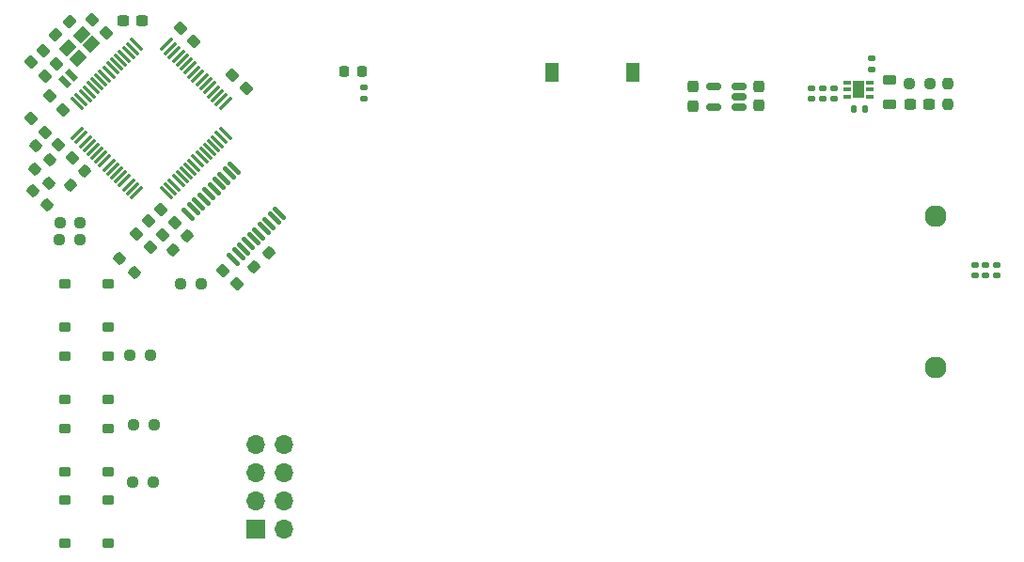
<source format=gbs>
G04 #@! TF.GenerationSoftware,KiCad,Pcbnew,7.0.2-0*
G04 #@! TF.CreationDate,2023-10-15T17:43:40-05:00*
G04 #@! TF.ProjectId,spudglo_business_card,73707564-676c-46f5-9f62-7573696e6573,rev?*
G04 #@! TF.SameCoordinates,Original*
G04 #@! TF.FileFunction,Soldermask,Bot*
G04 #@! TF.FilePolarity,Negative*
%FSLAX46Y46*%
G04 Gerber Fmt 4.6, Leading zero omitted, Abs format (unit mm)*
G04 Created by KiCad (PCBNEW 7.0.2-0) date 2023-10-15 17:43:40*
%MOMM*%
%LPD*%
G01*
G04 APERTURE LIST*
G04 Aperture macros list*
%AMRoundRect*
0 Rectangle with rounded corners*
0 $1 Rounding radius*
0 $2 $3 $4 $5 $6 $7 $8 $9 X,Y pos of 4 corners*
0 Add a 4 corners polygon primitive as box body*
4,1,4,$2,$3,$4,$5,$6,$7,$8,$9,$2,$3,0*
0 Add four circle primitives for the rounded corners*
1,1,$1+$1,$2,$3*
1,1,$1+$1,$4,$5*
1,1,$1+$1,$6,$7*
1,1,$1+$1,$8,$9*
0 Add four rect primitives between the rounded corners*
20,1,$1+$1,$2,$3,$4,$5,0*
20,1,$1+$1,$4,$5,$6,$7,0*
20,1,$1+$1,$6,$7,$8,$9,0*
20,1,$1+$1,$8,$9,$2,$3,0*%
%AMRotRect*
0 Rectangle, with rotation*
0 The origin of the aperture is its center*
0 $1 length*
0 $2 width*
0 $3 Rotation angle, in degrees counterclockwise*
0 Add horizontal line*
21,1,$1,$2,0,0,$3*%
G04 Aperture macros list end*
%ADD10RoundRect,0.237500X0.250000X0.237500X-0.250000X0.237500X-0.250000X-0.237500X0.250000X-0.237500X0*%
%ADD11RoundRect,0.225000X0.275000X0.225000X-0.275000X0.225000X-0.275000X-0.225000X0.275000X-0.225000X0*%
%ADD12RoundRect,0.237500X-0.008839X-0.344715X0.344715X0.008839X0.008839X0.344715X-0.344715X-0.008839X0*%
%ADD13RoundRect,0.237500X0.380070X-0.044194X-0.044194X0.380070X-0.380070X0.044194X0.044194X-0.380070X0*%
%ADD14RoundRect,0.237500X0.300000X0.237500X-0.300000X0.237500X-0.300000X-0.237500X0.300000X-0.237500X0*%
%ADD15RoundRect,0.237500X-0.380070X0.044194X0.044194X-0.380070X0.380070X-0.044194X-0.044194X0.380070X0*%
%ADD16RoundRect,0.135000X0.185000X-0.135000X0.185000X0.135000X-0.185000X0.135000X-0.185000X-0.135000X0*%
%ADD17RoundRect,0.237500X0.008839X0.344715X-0.344715X-0.008839X-0.008839X-0.344715X0.344715X0.008839X0*%
%ADD18RoundRect,0.218750X0.218750X0.256250X-0.218750X0.256250X-0.218750X-0.256250X0.218750X-0.256250X0*%
%ADD19RoundRect,0.075000X-0.548008X0.441942X0.441942X-0.548008X0.548008X-0.441942X-0.441942X0.548008X0*%
%ADD20RoundRect,0.075000X-0.548008X-0.441942X-0.441942X-0.548008X0.548008X0.441942X0.441942X0.548008X0*%
%ADD21R,1.193800X1.676400*%
%ADD22RoundRect,0.237500X-0.237500X0.300000X-0.237500X-0.300000X0.237500X-0.300000X0.237500X0.300000X0*%
%ADD23RoundRect,0.140000X-0.170000X0.140000X-0.170000X-0.140000X0.170000X-0.140000X0.170000X0.140000X0*%
%ADD24RoundRect,0.237500X0.344715X-0.008839X-0.008839X0.344715X-0.344715X0.008839X0.008839X-0.344715X0*%
%ADD25RoundRect,0.237500X-0.250000X-0.237500X0.250000X-0.237500X0.250000X0.237500X-0.250000X0.237500X0*%
%ADD26RoundRect,0.135000X-0.185000X0.135000X-0.185000X-0.135000X0.185000X-0.135000X0.185000X0.135000X0*%
%ADD27RoundRect,0.237500X-0.344715X0.008839X0.008839X-0.344715X0.344715X-0.008839X-0.008839X0.344715X0*%
%ADD28C,1.959000*%
%ADD29RoundRect,0.140000X0.140000X0.170000X-0.140000X0.170000X-0.140000X-0.170000X0.140000X-0.170000X0*%
%ADD30RoundRect,0.237500X-0.044194X-0.380070X0.380070X0.044194X0.044194X0.380070X-0.380070X-0.044194X0*%
%ADD31RoundRect,0.100000X-0.521491X0.380070X0.380070X-0.521491X0.521491X-0.380070X-0.380070X0.521491X0*%
%ADD32R,0.650000X0.350000*%
%ADD33R,1.000000X1.600000*%
%ADD34RoundRect,0.218750X0.381250X-0.218750X0.381250X0.218750X-0.381250X0.218750X-0.381250X-0.218750X0*%
%ADD35RotRect,1.000000X1.200000X135.000000*%
%ADD36RoundRect,0.237500X0.237500X-0.250000X0.237500X0.250000X-0.237500X0.250000X-0.237500X-0.250000X0*%
%ADD37RotRect,0.575000X1.140000X45.000000*%
%ADD38RoundRect,0.150000X0.512500X0.150000X-0.512500X0.150000X-0.512500X-0.150000X0.512500X-0.150000X0*%
%ADD39R,1.700000X1.700000*%
%ADD40O,1.700000X1.700000*%
G04 APERTURE END LIST*
D10*
X257500000Y-85480000D03*
X255675000Y-85480000D03*
D11*
X183500000Y-123000000D03*
X183500000Y-126900000D03*
X179650000Y-123000000D03*
X179650000Y-126900000D03*
D12*
X196690000Y-101960000D03*
X197980470Y-100669530D03*
D13*
X183349762Y-80929758D03*
X182130002Y-79709998D03*
D14*
X257450000Y-87300000D03*
X255725000Y-87300000D03*
D15*
X193880240Y-102290240D03*
X195100000Y-103510000D03*
D16*
X252260000Y-84210000D03*
X252260000Y-83190000D03*
D17*
X181440001Y-93309999D03*
X180149531Y-94600469D03*
D18*
X206357500Y-84340000D03*
X204782500Y-84340000D03*
D19*
X180758541Y-87246054D03*
X181112094Y-86892501D03*
X181465647Y-86538948D03*
X181819201Y-86185394D03*
X182172754Y-85831841D03*
X182526308Y-85478287D03*
X182879861Y-85124734D03*
X183233414Y-84771181D03*
X183586968Y-84417627D03*
X183940521Y-84064074D03*
X184294074Y-83710521D03*
X184647628Y-83356967D03*
X185001181Y-83003414D03*
X185354735Y-82649860D03*
X185708288Y-82296307D03*
X186061841Y-81942754D03*
D20*
X188784203Y-81942754D03*
X189137756Y-82296307D03*
X189491309Y-82649860D03*
X189844863Y-83003414D03*
X190198416Y-83356967D03*
X190551970Y-83710521D03*
X190905523Y-84064074D03*
X191259076Y-84417627D03*
X191612630Y-84771181D03*
X191966183Y-85124734D03*
X192319736Y-85478287D03*
X192673290Y-85831841D03*
X193026843Y-86185394D03*
X193380397Y-86538948D03*
X193733950Y-86892501D03*
X194087503Y-87246054D03*
D19*
X194087503Y-89968416D03*
X193733950Y-90321969D03*
X193380397Y-90675522D03*
X193026843Y-91029076D03*
X192673290Y-91382629D03*
X192319736Y-91736183D03*
X191966183Y-92089736D03*
X191612630Y-92443289D03*
X191259076Y-92796843D03*
X190905523Y-93150396D03*
X190551970Y-93503949D03*
X190198416Y-93857503D03*
X189844863Y-94211056D03*
X189491309Y-94564610D03*
X189137756Y-94918163D03*
X188784203Y-95271716D03*
D20*
X186061841Y-95271716D03*
X185708288Y-94918163D03*
X185354735Y-94564610D03*
X185001181Y-94211056D03*
X184647628Y-93857503D03*
X184294074Y-93503949D03*
X183940521Y-93150396D03*
X183586968Y-92796843D03*
X183233414Y-92443289D03*
X182879861Y-92089736D03*
X182526308Y-91736183D03*
X182172754Y-91382629D03*
X181819201Y-91029076D03*
X181465647Y-90675522D03*
X181112094Y-90321969D03*
X180758541Y-89968416D03*
D13*
X177840000Y-84750000D03*
X176620240Y-83530240D03*
D21*
X223492400Y-84440000D03*
X230807600Y-84440000D03*
D22*
X242142500Y-85725000D03*
X242142500Y-87450000D03*
D15*
X188311061Y-96783297D03*
X189530821Y-98003057D03*
D23*
X263520000Y-101780000D03*
X263520000Y-102740000D03*
X261560000Y-101770000D03*
X261560000Y-102730000D03*
D24*
X185870000Y-102490000D03*
X184579530Y-101199530D03*
D15*
X186081181Y-98983414D03*
X187300941Y-100203174D03*
D13*
X178890000Y-83680000D03*
X177670240Y-82460240D03*
D25*
X179185000Y-97990000D03*
X181010000Y-97990000D03*
D23*
X246880001Y-85870000D03*
X246880001Y-86830000D03*
D10*
X187580000Y-121390000D03*
X185755000Y-121390000D03*
D26*
X206580000Y-85780000D03*
X206580000Y-86800000D03*
D27*
X176779530Y-95129530D03*
X178070000Y-96420000D03*
D13*
X179509760Y-87819760D03*
X178290000Y-86600000D03*
D15*
X179080000Y-90950000D03*
X180299760Y-92169760D03*
D23*
X262540000Y-101770000D03*
X262540000Y-102730000D03*
D13*
X177830000Y-89830000D03*
X176610240Y-88610240D03*
D12*
X189379530Y-100430470D03*
X190670000Y-99140000D03*
D11*
X183500000Y-116500000D03*
X183500000Y-120400000D03*
X179650000Y-116500000D03*
X179650000Y-120400000D03*
D23*
X247880000Y-85860000D03*
X247880000Y-86820000D03*
D28*
X258000000Y-97440000D03*
X258000000Y-111030000D03*
D29*
X251660000Y-87759999D03*
X250700000Y-87759999D03*
D25*
X179165000Y-99540000D03*
X180990000Y-99540000D03*
D10*
X191890000Y-103500000D03*
X190065000Y-103500000D03*
D24*
X178280000Y-92360000D03*
X176989530Y-91069530D03*
D10*
X187650000Y-116190000D03*
X185825000Y-116190000D03*
D30*
X178830120Y-81079880D03*
X180049880Y-79860120D03*
D11*
X183500000Y-103500000D03*
X183500000Y-107400000D03*
X179650000Y-103500000D03*
X179650000Y-107400000D03*
D31*
X190762323Y-97222272D03*
X191221942Y-96762653D03*
X191681561Y-96303033D03*
X192141181Y-95843414D03*
X192600800Y-95383795D03*
X193060420Y-94924175D03*
X193520039Y-94464556D03*
X193979658Y-94004936D03*
X194439278Y-93545317D03*
X194898897Y-93085698D03*
X198947083Y-97133884D03*
X198487464Y-97593503D03*
X198027845Y-98053123D03*
X197568225Y-98512742D03*
X197108606Y-98972361D03*
X196648986Y-99431981D03*
X196189367Y-99891600D03*
X195729748Y-100351220D03*
X195270128Y-100810839D03*
X194810509Y-101270458D03*
D23*
X248860000Y-85860000D03*
X248860000Y-86820000D03*
D32*
X250040000Y-86640000D03*
X250040000Y-85990000D03*
X250040000Y-85340000D03*
X252140000Y-85340000D03*
X252140000Y-85990000D03*
X252140000Y-86640000D03*
D33*
X251090000Y-85990000D03*
D14*
X186620009Y-79780011D03*
X184895009Y-79780011D03*
D34*
X253900000Y-87282500D03*
X253900000Y-85157500D03*
D27*
X176890000Y-93160000D03*
X178180470Y-94450470D03*
D22*
X236222500Y-85727500D03*
X236222500Y-87452500D03*
D35*
X182042081Y-81937919D03*
X180840000Y-83140000D03*
X179920761Y-82220761D03*
X181122842Y-81018680D03*
D10*
X187340000Y-109920000D03*
X185515000Y-109920000D03*
D36*
X259120000Y-87310000D03*
X259120000Y-85485000D03*
D37*
X179608318Y-85301682D03*
X180191682Y-84718318D03*
D13*
X195963293Y-85881852D03*
X194743533Y-84662092D03*
D38*
X240330000Y-85690000D03*
X240330000Y-86640000D03*
X240330000Y-87590000D03*
X238055000Y-87590000D03*
X238055000Y-85690000D03*
D39*
X196850000Y-125580000D03*
D40*
X199390000Y-125580000D03*
X196850000Y-123040000D03*
X199390000Y-123040000D03*
X196850000Y-120500000D03*
X199390000Y-120500000D03*
X196850000Y-117960000D03*
X199390000Y-117960000D03*
D15*
X187211061Y-97853297D03*
X188430821Y-99073057D03*
D13*
X191259760Y-81659760D03*
X190040000Y-80440000D03*
D11*
X183500000Y-110000000D03*
X183500000Y-113900000D03*
X179650000Y-110000000D03*
X179650000Y-113900000D03*
M02*

</source>
